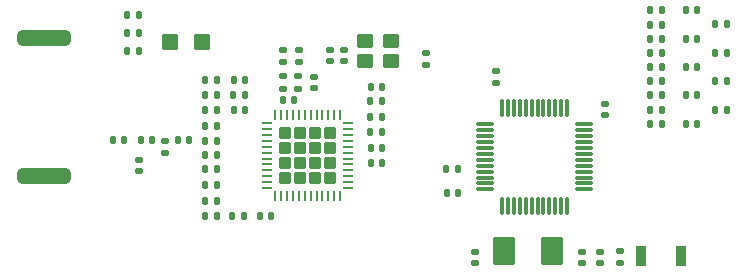
<source format=gtp>
%TF.GenerationSoftware,KiCad,Pcbnew,9.0.7*%
%TF.CreationDate,2026-02-16T10:45:38-05:00*%
%TF.ProjectId,mmdvm_hs-hat,6d6d6476-6d5f-4687-932d-6861742e6b69,1.6*%
%TF.SameCoordinates,Original*%
%TF.FileFunction,Paste,Top*%
%TF.FilePolarity,Positive*%
%FSLAX46Y46*%
G04 Gerber Fmt 4.6, Leading zero omitted, Abs format (unit mm)*
G04 Created by KiCad (PCBNEW 9.0.7) date 2026-02-16 10:45:38*
%MOMM*%
%LPD*%
G01*
G04 APERTURE LIST*
G04 Aperture macros list*
%AMRoundRect*
0 Rectangle with rounded corners*
0 $1 Rounding radius*
0 $2 $3 $4 $5 $6 $7 $8 $9 X,Y pos of 4 corners*
0 Add a 4 corners polygon primitive as box body*
4,1,4,$2,$3,$4,$5,$6,$7,$8,$9,$2,$3,0*
0 Add four circle primitives for the rounded corners*
1,1,$1+$1,$2,$3*
1,1,$1+$1,$4,$5*
1,1,$1+$1,$6,$7*
1,1,$1+$1,$8,$9*
0 Add four rect primitives between the rounded corners*
20,1,$1+$1,$2,$3,$4,$5,0*
20,1,$1+$1,$4,$5,$6,$7,0*
20,1,$1+$1,$6,$7,$8,$9,0*
20,1,$1+$1,$8,$9,$2,$3,0*%
G04 Aperture macros list end*
%ADD10RoundRect,0.140000X-0.170000X0.140000X-0.170000X-0.140000X0.170000X-0.140000X0.170000X0.140000X0*%
%ADD11RoundRect,0.140000X-0.140000X-0.170000X0.140000X-0.170000X0.140000X0.170000X-0.140000X0.170000X0*%
%ADD12RoundRect,0.140000X0.140000X0.170000X-0.140000X0.170000X-0.140000X-0.170000X0.140000X-0.170000X0*%
%ADD13RoundRect,0.140000X0.170000X-0.140000X0.170000X0.140000X-0.170000X0.140000X-0.170000X-0.140000X0*%
%ADD14RoundRect,0.147500X0.147500X0.172500X-0.147500X0.172500X-0.147500X-0.172500X0.147500X-0.172500X0*%
%ADD15RoundRect,0.135000X0.135000X0.185000X-0.135000X0.185000X-0.135000X-0.185000X0.135000X-0.185000X0*%
%ADD16RoundRect,0.135000X0.185000X-0.135000X0.185000X0.135000X-0.185000X0.135000X-0.185000X-0.135000X0*%
%ADD17RoundRect,0.135000X-0.135000X-0.185000X0.135000X-0.185000X0.135000X0.185000X-0.135000X0.185000X0*%
%ADD18R,0.900000X1.700000*%
%ADD19RoundRect,0.250000X-0.265000X-0.265000X0.265000X-0.265000X0.265000X0.265000X-0.265000X0.265000X0*%
%ADD20RoundRect,0.062500X-0.337500X-0.062500X0.337500X-0.062500X0.337500X0.062500X-0.337500X0.062500X0*%
%ADD21RoundRect,0.062500X-0.062500X-0.337500X0.062500X-0.337500X0.062500X0.337500X-0.062500X0.337500X0*%
%ADD22RoundRect,0.075000X0.075000X-0.662500X0.075000X0.662500X-0.075000X0.662500X-0.075000X-0.662500X0*%
%ADD23RoundRect,0.075000X0.662500X-0.075000X0.662500X0.075000X-0.662500X0.075000X-0.662500X-0.075000X0*%
%ADD24RoundRect,0.250000X0.450000X0.350000X-0.450000X0.350000X-0.450000X-0.350000X0.450000X-0.350000X0*%
%ADD25RoundRect,0.250000X-0.700000X-0.950000X0.700000X-0.950000X0.700000X0.950000X-0.700000X0.950000X0*%
%ADD26RoundRect,0.325000X1.925000X-0.325000X1.925000X0.325000X-1.925000X0.325000X-1.925000X-0.325000X0*%
%ADD27RoundRect,0.250000X-0.457500X-0.445000X0.457500X-0.445000X0.457500X0.445000X-0.457500X0.445000X0*%
%ADD28RoundRect,0.147500X-0.147500X-0.172500X0.147500X-0.172500X0.147500X0.172500X-0.147500X0.172500X0*%
G04 APERTURE END LIST*
D10*
%TO.C,C1*%
X168750000Y-123670000D03*
X168750000Y-124630000D03*
%TD*%
D11*
%TO.C,C2*%
X172120000Y-121000000D03*
X173080000Y-121000000D03*
%TD*%
%TO.C,C3*%
X172120000Y-119750000D03*
X173080000Y-119750000D03*
%TD*%
D12*
%TO.C,C4*%
X173080000Y-123650000D03*
X172120000Y-123650000D03*
%TD*%
%TO.C,C5*%
X173080000Y-124850000D03*
X172120000Y-124850000D03*
%TD*%
%TO.C,C6*%
X173080000Y-127400000D03*
X172120000Y-127400000D03*
%TD*%
%TO.C,C7*%
X173080000Y-130000000D03*
X172120000Y-130000000D03*
%TD*%
%TO.C,C8*%
X173080000Y-118500000D03*
X172120000Y-118500000D03*
%TD*%
%TO.C,C9*%
X175480000Y-121050000D03*
X174520000Y-121050000D03*
%TD*%
D11*
%TO.C,C10*%
X176720000Y-130000000D03*
X177680000Y-130000000D03*
%TD*%
D12*
%TO.C,C11*%
X175480000Y-118500000D03*
X174520000Y-118500000D03*
%TD*%
D13*
%TO.C,C13*%
X180050000Y-116930000D03*
X180050000Y-115970000D03*
%TD*%
%TO.C,C14*%
X181300000Y-119180000D03*
X181300000Y-118220000D03*
%TD*%
D10*
%TO.C,C15*%
X182650000Y-115920000D03*
X182650000Y-116880000D03*
%TD*%
%TO.C,C16*%
X205500000Y-133020000D03*
X205500000Y-133980000D03*
%TD*%
D13*
%TO.C,C17*%
X183850000Y-116880000D03*
X183850000Y-115920000D03*
%TD*%
D12*
%TO.C,C18*%
X187080000Y-119050000D03*
X186120000Y-119050000D03*
%TD*%
D10*
%TO.C,C19*%
X190850000Y-116220000D03*
X190850000Y-117180000D03*
%TD*%
D12*
%TO.C,C20*%
X187080000Y-125550000D03*
X186120000Y-125550000D03*
%TD*%
D13*
%TO.C,C21*%
X195000000Y-133980000D03*
X195000000Y-133020000D03*
%TD*%
D12*
%TO.C,C22*%
X187080000Y-124250000D03*
X186120000Y-124250000D03*
%TD*%
D13*
%TO.C,C23*%
X204000000Y-133980000D03*
X204000000Y-133020000D03*
%TD*%
D12*
%TO.C,C24*%
X193520000Y-128050000D03*
X192560000Y-128050000D03*
%TD*%
D13*
%TO.C,C25*%
X206000000Y-121480000D03*
X206000000Y-120520000D03*
%TD*%
%TO.C,C26*%
X196700000Y-118730000D03*
X196700000Y-117770000D03*
%TD*%
D14*
%TO.C,D1*%
X216285000Y-113750000D03*
X215315000Y-113750000D03*
%TD*%
%TO.C,D2*%
X213785000Y-112600000D03*
X212815000Y-112600000D03*
%TD*%
%TO.C,D3*%
X213785000Y-115000000D03*
X212815000Y-115000000D03*
%TD*%
%TO.C,D4*%
X216285000Y-116200000D03*
X215315000Y-116200000D03*
%TD*%
%TO.C,D5*%
X213785000Y-117400000D03*
X212815000Y-117400000D03*
%TD*%
%TO.C,D6*%
X216285000Y-118600000D03*
X215315000Y-118600000D03*
%TD*%
%TO.C,D7*%
X213785000Y-119800000D03*
X212815000Y-119800000D03*
%TD*%
D15*
%TO.C,R1*%
X193550000Y-125984000D03*
X192530000Y-125984000D03*
%TD*%
%TO.C,R2*%
X173110000Y-128700000D03*
X172090000Y-128700000D03*
%TD*%
D16*
%TO.C,R5*%
X178700000Y-119210000D03*
X178700000Y-118190000D03*
%TD*%
%TO.C,R6*%
X180000000Y-119210000D03*
X180000000Y-118190000D03*
%TD*%
%TO.C,R7*%
X207200000Y-134010000D03*
X207200000Y-132990000D03*
%TD*%
D15*
%TO.C,R8*%
X187110000Y-120300000D03*
X186090000Y-120300000D03*
%TD*%
%TO.C,R9*%
X187110000Y-121600000D03*
X186090000Y-121600000D03*
%TD*%
%TO.C,R10*%
X187110000Y-122900000D03*
X186090000Y-122900000D03*
%TD*%
%TO.C,R11*%
X210810000Y-112600000D03*
X209790000Y-112600000D03*
%TD*%
%TO.C,R12*%
X210810000Y-115000000D03*
X209790000Y-115000000D03*
%TD*%
%TO.C,R13*%
X210810000Y-116200000D03*
X209790000Y-116200000D03*
%TD*%
%TO.C,R14*%
X210810000Y-117400000D03*
X209790000Y-117400000D03*
%TD*%
%TO.C,R15*%
X210810000Y-118600000D03*
X209790000Y-118600000D03*
%TD*%
%TO.C,R16*%
X210810000Y-119800000D03*
X209790000Y-119800000D03*
%TD*%
%TO.C,R17*%
X210810000Y-121000000D03*
X209790000Y-121000000D03*
%TD*%
D17*
%TO.C,R18*%
X209790000Y-113800000D03*
X210810000Y-113800000D03*
%TD*%
D18*
%TO.C,SW1*%
X209000000Y-133400000D03*
X212400000Y-133400000D03*
%TD*%
D19*
%TO.C,U1*%
X178888750Y-122988750D03*
X178888750Y-124258750D03*
X178888750Y-125528750D03*
X178888750Y-126798750D03*
X180158750Y-122988750D03*
X180158750Y-124258750D03*
X180158750Y-125528750D03*
X180158750Y-126798750D03*
X181428750Y-122988750D03*
X181428750Y-124258750D03*
X181428750Y-125528750D03*
X181428750Y-126798750D03*
X182698750Y-122988750D03*
X182698750Y-124258750D03*
X182698750Y-125528750D03*
X182698750Y-126798750D03*
D20*
X177343750Y-122143750D03*
X177343750Y-122643750D03*
X177343750Y-123143750D03*
X177343750Y-123643750D03*
X177343750Y-124143750D03*
X177343750Y-124643750D03*
X177343750Y-125143750D03*
X177343750Y-125643750D03*
X177343750Y-126143750D03*
X177343750Y-126643750D03*
X177343750Y-127143750D03*
X177343750Y-127643750D03*
D21*
X178043750Y-128343750D03*
X178543750Y-128343750D03*
X179043750Y-128343750D03*
X179543750Y-128343750D03*
X180043750Y-128343750D03*
X180543750Y-128343750D03*
X181043750Y-128343750D03*
X181543750Y-128343750D03*
X182043750Y-128343750D03*
X182543750Y-128343750D03*
X183043750Y-128343750D03*
X183543750Y-128343750D03*
D20*
X184243750Y-127643750D03*
X184243750Y-127143750D03*
X184243750Y-126643750D03*
X184243750Y-126143750D03*
X184243750Y-125643750D03*
X184243750Y-125143750D03*
X184243750Y-124643750D03*
X184243750Y-124143750D03*
X184243750Y-123643750D03*
X184243750Y-123143750D03*
X184243750Y-122643750D03*
X184243750Y-122143750D03*
D21*
X183543750Y-121443750D03*
X183043750Y-121443750D03*
X182543750Y-121443750D03*
X182043750Y-121443750D03*
X181543750Y-121443750D03*
X181043750Y-121443750D03*
X180543750Y-121443750D03*
X180043750Y-121443750D03*
X179543750Y-121443750D03*
X179043750Y-121443750D03*
X178543750Y-121443750D03*
X178043750Y-121443750D03*
%TD*%
D22*
%TO.C,U2*%
X197250000Y-129162500D03*
X197750000Y-129162500D03*
X198250000Y-129162500D03*
X198750000Y-129162500D03*
X199250000Y-129162500D03*
X199750000Y-129162500D03*
X200250000Y-129162500D03*
X200750000Y-129162500D03*
X201250000Y-129162500D03*
X201750000Y-129162500D03*
X202250000Y-129162500D03*
X202750000Y-129162500D03*
D23*
X204162500Y-127750000D03*
X204162500Y-127250000D03*
X204162500Y-126750000D03*
X204162500Y-126250000D03*
X204162500Y-125750000D03*
X204162500Y-125250000D03*
X204162500Y-124750000D03*
X204162500Y-124250000D03*
X204162500Y-123750000D03*
X204162500Y-123250000D03*
X204162500Y-122750000D03*
X204162500Y-122250000D03*
D22*
X202750000Y-120837500D03*
X202250000Y-120837500D03*
X201750000Y-120837500D03*
X201250000Y-120837500D03*
X200750000Y-120837500D03*
X200250000Y-120837500D03*
X199750000Y-120837500D03*
X199250000Y-120837500D03*
X198750000Y-120837500D03*
X198250000Y-120837500D03*
X197750000Y-120837500D03*
X197250000Y-120837500D03*
D23*
X195837500Y-122250000D03*
X195837500Y-122750000D03*
X195837500Y-123250000D03*
X195837500Y-123750000D03*
X195837500Y-124250000D03*
X195837500Y-124750000D03*
X195837500Y-125250000D03*
X195837500Y-125750000D03*
X195837500Y-126250000D03*
X195837500Y-126750000D03*
X195837500Y-127250000D03*
X195837500Y-127750000D03*
%TD*%
D24*
%TO.C,X1*%
X187850000Y-115150000D03*
X185650000Y-115150000D03*
X185650000Y-116850000D03*
X187850000Y-116850000D03*
%TD*%
D25*
%TO.C,Y1*%
X197400000Y-133000000D03*
X201500000Y-133000000D03*
%TD*%
D14*
%TO.C,D8*%
X216285000Y-121000000D03*
X215315000Y-121000000D03*
%TD*%
D17*
%TO.C,R3*%
X174390000Y-130000000D03*
X175410000Y-130000000D03*
%TD*%
D15*
%TO.C,R4*%
X175510000Y-119800000D03*
X174490000Y-119800000D03*
%TD*%
D26*
%TO.C,AE1*%
X158500000Y-126600000D03*
X158500000Y-114900000D03*
%TD*%
D11*
%TO.C,C29*%
X165520000Y-113000000D03*
X166480000Y-113000000D03*
%TD*%
D27*
%TO.C,C30*%
X169147500Y-115250000D03*
X171852500Y-115250000D03*
%TD*%
D12*
%TO.C,C31*%
X166480000Y-116000000D03*
X165520000Y-116000000D03*
%TD*%
D28*
%TO.C,L5*%
X165515000Y-114500000D03*
X166485000Y-114500000D03*
%TD*%
D13*
%TO.C,C27*%
X166500000Y-126230000D03*
X166500000Y-125270000D03*
%TD*%
D12*
%TO.C,C28*%
X165230000Y-123600000D03*
X164270000Y-123600000D03*
%TD*%
D28*
%TO.C,L1*%
X166665000Y-123600000D03*
X167635000Y-123600000D03*
%TD*%
%TO.C,L2*%
X169815000Y-123600000D03*
X170785000Y-123600000D03*
%TD*%
D14*
%TO.C,L3*%
X173085000Y-122350000D03*
X172115000Y-122350000D03*
%TD*%
D28*
%TO.C,L4*%
X172115000Y-126049200D03*
X173085000Y-126049200D03*
%TD*%
D14*
%TO.C,D9*%
X213785000Y-122200000D03*
X212815000Y-122200000D03*
%TD*%
D15*
%TO.C,R19*%
X210810000Y-122200000D03*
X209790000Y-122200000D03*
%TD*%
D13*
%TO.C,C12*%
X178700000Y-116930000D03*
X178700000Y-115970000D03*
%TD*%
D28*
%TO.C,L6*%
X178686600Y-120200000D03*
X179656600Y-120200000D03*
%TD*%
M02*

</source>
